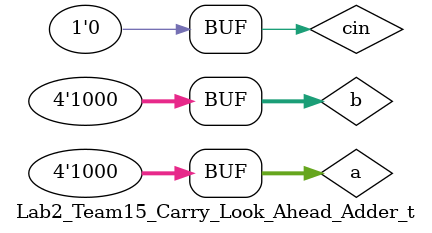
<source format=v>
`timescale 1ns / 1ps

module Lab2_Team15_Carry_Look_Ahead_Adder_t( );
reg [4-1:0] a, b;
reg cin;
wire [4-1:0] sum;
wire cout;

Carry_Look_Ahead_Adder name(a, b, cin, cout, sum);       
initial begin
a = 4'b1101;
b = 4'b0101;
cin = 1'b1;
#100;
a = 4'b1011;
b = 4'b0100;
cin = 1'b0;
#100;
a = 4'b1000;
b = 4'b1000;
cin = 1'b0;
#100;
end
endmodule

</source>
